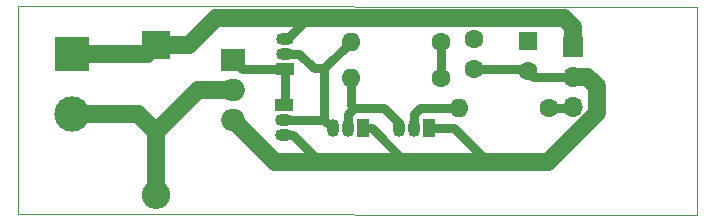
<source format=gbr>
%TF.GenerationSoftware,KiCad,Pcbnew,7.0.9-7.0.9~ubuntu22.04.1*%
%TF.CreationDate,2023-11-30T12:19:27+02:00*%
%TF.ProjectId,DC_Motor_Driver,44435f4d-6f74-46f7-925f-447269766572,rev?*%
%TF.SameCoordinates,Original*%
%TF.FileFunction,Copper,L1,Top*%
%TF.FilePolarity,Positive*%
%FSLAX46Y46*%
G04 Gerber Fmt 4.6, Leading zero omitted, Abs format (unit mm)*
G04 Created by KiCad (PCBNEW 7.0.9-7.0.9~ubuntu22.04.1) date 2023-11-30 12:19:27*
%MOMM*%
%LPD*%
G01*
G04 APERTURE LIST*
%TA.AperFunction,ComponentPad*%
%ADD10R,1.600000X1.600000*%
%TD*%
%TA.AperFunction,ComponentPad*%
%ADD11C,1.600000*%
%TD*%
%TA.AperFunction,ComponentPad*%
%ADD12R,1.700000X1.700000*%
%TD*%
%TA.AperFunction,ComponentPad*%
%ADD13O,1.700000X1.700000*%
%TD*%
%TA.AperFunction,ComponentPad*%
%ADD14O,1.600000X1.600000*%
%TD*%
%TA.AperFunction,ComponentPad*%
%ADD15R,1.500000X1.050000*%
%TD*%
%TA.AperFunction,ComponentPad*%
%ADD16O,1.500000X1.050000*%
%TD*%
%TA.AperFunction,ComponentPad*%
%ADD17R,1.050000X1.500000*%
%TD*%
%TA.AperFunction,ComponentPad*%
%ADD18O,1.050000X1.500000*%
%TD*%
%TA.AperFunction,ComponentPad*%
%ADD19R,3.000000X3.000000*%
%TD*%
%TA.AperFunction,ComponentPad*%
%ADD20C,3.000000*%
%TD*%
%TA.AperFunction,ComponentPad*%
%ADD21O,2.000000X1.905000*%
%TD*%
%TA.AperFunction,ComponentPad*%
%ADD22R,2.000000X1.905000*%
%TD*%
%TA.AperFunction,ComponentPad*%
%ADD23R,2.400000X2.400000*%
%TD*%
%TA.AperFunction,ComponentPad*%
%ADD24O,2.400000X2.400000*%
%TD*%
%TA.AperFunction,Conductor*%
%ADD25C,0.800000*%
%TD*%
%TA.AperFunction,Conductor*%
%ADD26C,1.500000*%
%TD*%
%TA.AperFunction,Profile*%
%ADD27C,0.100000*%
%TD*%
G04 APERTURE END LIST*
D10*
X45180000Y16722948D03*
D11*
X45180000Y14222948D03*
D12*
X49035000Y16272500D03*
D13*
X49035000Y13732500D03*
X49035000Y11192500D03*
D11*
X37814000Y16668500D03*
D14*
X30194000Y16668500D03*
D15*
X24564000Y11334500D03*
D16*
X24564000Y10064500D03*
X24564000Y8794500D03*
D17*
X31210000Y9344500D03*
D18*
X29940000Y9344500D03*
X28670000Y9344500D03*
D17*
X36798000Y9344500D03*
D18*
X35528000Y9344500D03*
X34258000Y9344500D03*
D19*
X6572000Y15652500D03*
D20*
X6572000Y10572500D03*
D21*
X20217000Y10064500D03*
X20217000Y12604500D03*
D22*
X20217000Y15144500D03*
D11*
X46958000Y11080500D03*
D14*
X39338000Y11080500D03*
D11*
X37814000Y13620500D03*
D14*
X30194000Y13620500D03*
D16*
X24648000Y16922500D03*
X24648000Y15652500D03*
D15*
X24648000Y14382500D03*
D23*
X13684000Y16414500D03*
D24*
X13684000Y3714500D03*
D11*
X40608000Y16902500D03*
X40608000Y14402500D03*
D25*
X37814000Y16668500D02*
X37814000Y13620500D01*
D26*
X46896585Y6508500D02*
X23773000Y6508500D01*
D25*
X25278000Y8794500D02*
X27564000Y6508500D01*
X31210000Y9344500D02*
X31978000Y9344500D01*
X31978000Y9344500D02*
X34814000Y6508500D01*
X27950000Y14424500D02*
X27081000Y14424500D01*
X27081000Y14424500D02*
X25853000Y15652500D01*
X25853000Y15652500D02*
X24648000Y15652500D01*
X27950000Y10064500D02*
X27950000Y14424500D01*
X27950000Y14424500D02*
X30194000Y16668500D01*
X25278000Y8794500D02*
X24564000Y8794500D01*
X27950000Y10064500D02*
X24564000Y10064500D01*
X38978000Y9344500D02*
X41814000Y6508500D01*
X36798000Y9344500D02*
X38978000Y9344500D01*
X30194000Y11334500D02*
X30194000Y13620500D01*
D26*
X20217000Y10064500D02*
X23773000Y6508500D01*
D25*
X30194000Y11334500D02*
X30448000Y11080500D01*
X24648000Y14382500D02*
X20979000Y14382500D01*
X24648000Y14382500D02*
X24648000Y11418500D01*
X24648000Y11418500D02*
X24564000Y11334500D01*
X35528000Y10549500D02*
X35528000Y9344500D01*
D26*
X48260000Y18700500D02*
X26564000Y18700500D01*
X26564000Y18700500D02*
X18764000Y18700500D01*
D25*
X24648000Y16922500D02*
X24786000Y16922500D01*
X24786000Y16922500D02*
X26564000Y18700500D01*
D26*
X49035000Y16272500D02*
X49035000Y17925500D01*
X49035000Y17925500D02*
X48260000Y18700500D01*
X18764000Y18700500D02*
X16478000Y16414500D01*
X16478000Y16414500D02*
X13684000Y16414500D01*
X50237081Y13732500D02*
X49035000Y13732500D01*
D25*
X49035000Y13732500D02*
X45670448Y13732500D01*
X45670448Y13732500D02*
X45180000Y14222948D01*
X40608000Y14402500D02*
X45000448Y14402500D01*
X45000448Y14402500D02*
X45180000Y14222948D01*
X38048000Y16902500D02*
X37814000Y16668500D01*
X40787552Y16722948D02*
X40608000Y16902500D01*
D26*
X50237081Y13732500D02*
X51064000Y12905581D01*
X51064000Y12905581D02*
X51064000Y10675915D01*
X51064000Y10675915D02*
X46896585Y6508500D01*
X6572000Y15652500D02*
X12922000Y15652500D01*
X12922000Y15652500D02*
X13684000Y16414500D01*
X13684000Y9048500D02*
X13684000Y3714500D01*
X12160000Y10572500D02*
X6572000Y10572500D01*
X20217000Y12604500D02*
X17240000Y12604500D01*
X17240000Y12604500D02*
X13684000Y9048500D01*
X13684000Y9048500D02*
X12160000Y10572500D01*
D25*
X36059000Y11080500D02*
X35528000Y10549500D01*
X39338000Y11080500D02*
X36059000Y11080500D01*
X29940000Y10572500D02*
X29940000Y9344500D01*
X34258000Y9810500D02*
X32988000Y11080500D01*
X34258000Y9344500D02*
X34258000Y9810500D01*
X32988000Y11080500D02*
X30448000Y11080500D01*
X30448000Y11080500D02*
X29940000Y10572500D01*
X28670000Y9344500D02*
X27950000Y10064500D01*
X20979000Y14382500D02*
X20217000Y15144500D01*
X46958000Y11080500D02*
X48923000Y11080500D01*
X48923000Y11080500D02*
X49035000Y11192500D01*
D27*
X2000000Y19716500D02*
X2000000Y2063500D01*
X2000000Y2063500D02*
X59531000Y2000000D01*
X59531000Y19653000D02*
X2000000Y19716500D01*
X59531000Y2000000D02*
X59531000Y19653000D01*
M02*

</source>
